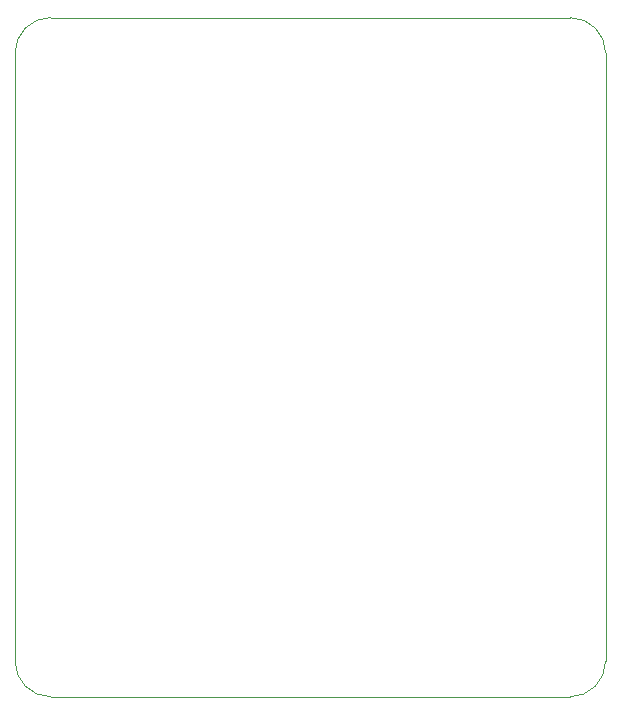
<source format=gm1>
G04 #@! TF.GenerationSoftware,KiCad,Pcbnew,(5.1.10)-1*
G04 #@! TF.CreationDate,2021-12-14T19:18:36+11:00*
G04 #@! TF.ProjectId,WLED_Controller,574c4544-5f43-46f6-9e74-726f6c6c6572,1.0*
G04 #@! TF.SameCoordinates,Original*
G04 #@! TF.FileFunction,Profile,NP*
%FSLAX46Y46*%
G04 Gerber Fmt 4.6, Leading zero omitted, Abs format (unit mm)*
G04 Created by KiCad (PCBNEW (5.1.10)-1) date 2021-12-14 19:18:36*
%MOMM*%
%LPD*%
G01*
G04 APERTURE LIST*
G04 #@! TA.AperFunction,Profile*
%ADD10C,0.050000*%
G04 #@! TD*
G04 APERTURE END LIST*
D10*
X127500000Y-67000000D02*
X171500000Y-67000000D01*
X124500000Y-121500000D02*
X124500000Y-70000000D01*
X171500000Y-124500000D02*
X127500000Y-124500000D01*
X174500000Y-70000000D02*
X174500000Y-121500000D01*
X127500000Y-124500000D02*
G75*
G02*
X124500000Y-121500000I0J3000000D01*
G01*
X174500000Y-121500000D02*
G75*
G02*
X171500000Y-124500000I-3000000J0D01*
G01*
X171500000Y-67000000D02*
G75*
G02*
X174500000Y-70000000I0J-3000000D01*
G01*
X124500000Y-70000000D02*
G75*
G02*
X127500000Y-67000000I3000000J0D01*
G01*
M02*

</source>
